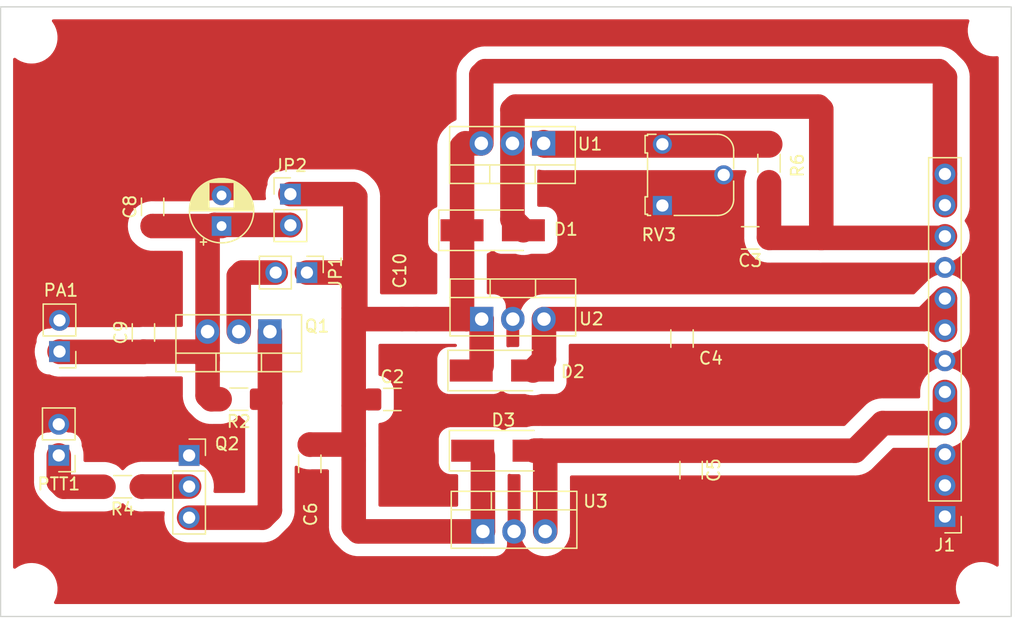
<source format=kicad_pcb>
(kicad_pcb (version 20211014) (generator pcbnew)
  (layers (0 "F.Cu" signal) (31 "B.Cu" signal) (35 "F.Paste" user) (37 "F.SilkS" user "F.Silkscreen") (38 "B.Mask" user) (39 "F.Mask" user) (44 "Edge.Cuts" user))
  (net 0 "")
  (net 1 "GND")
  (net 2 "+VDC")
  (net 3 "Net-(C4-Pad1)")
  (net 4 "Net-(C5-Pad1)")
  (net 5 "Net-(C3-Pad1)")
  (net 6 "Net-(R6-Pad2)")
  (net 7 "Net-(C2-Pad1)")
  (net 8 "Net-(JP1-Pad2)")
  (net 9 "Net-(PTT1-Pad1)")
  (net 10 "Net-(Q1-Pad1)")
  (net 11 "Net-(Q2-Pad2)")
  (footprint "Package_TO_SOT_THT:TO-220-3_Vertical" (layer "F.Cu") (at 71.76 64.015)
    (fp_text reference "U2" (at 8.94 -0.015) (layer "F.SilkS"))
    (fp_text value "LM7805_TO220" hide)
    (fp_line (start 4.391 -3.27) (end 4.391 -1.76) (layer "F.SilkS") (width 0.12))
    (fp_line (start -2.58 1.371) (end 7.66 1.371) (layer "F.SilkS") (width 0.12))
    (fp_line (start 0.69 -3.27) (end 0.69 -1.76) (layer "F.SilkS") (width 0.12))
    (fp_line (start -2.58 -3.27) (end 7.66 -3.27) (layer "F.SilkS") (width 0.12))
    (fp_line (start -2.58 -1.76) (end 7.66 -1.76) (layer "F.SilkS") (width 0.12))
    (fp_line (start 7.66 -3.27) (end 7.66 1.371) (layer "F.SilkS") (width 0.12))
    (fp_line (start -2.58 -3.27) (end -2.58 1.371) (layer "F.SilkS") (width 0.12))
    (pad "1" thru_hole rect (at 0 0) (size 1.905 2) (drill 1.1) (layers *.Cu *.Mask) (net 7 "Net-(C2-Pad1)"))
    (pad "2" thru_hole oval (at 2.54 0) (size 1.905 2) (drill 1.1) (layers *.Cu *.Mask) (net 1 "GND"))
    (pad "3" thru_hole oval (at 5.08 0) (size 1.905 2) (drill 1.1) (layers *.Cu *.Mask) (net 3 "Net-(C4-Pad1)"))
  )
  (footprint "Capacitor_SMD:C_1206_3216Metric_Pad1.33x1.80mm_HandSolder" (layer "F.Cu") (at 93.6475 57.39 180)
    (fp_text reference "C3" (at 0 -1.85) (layer "F.SilkS"))
    (fp_text value "100nF" hide)
    (fp_line (start -0.711252 -0.91) (end 0.711252 -0.91) (layer "F.SilkS") (width 0.12))
    (fp_line (start -0.711252 0.91) (end 0.711252 0.91) (layer "F.SilkS") (width 0.12))
    (pad "1" smd roundrect (at -1.5625 0 180) (size 1.325 1.8) (layers "F.Cu" "F.Paste" "F.Mask") (roundrect_rratio 0.188679) (net 5 "Net-(C3-Pad1)"))
    (pad "2" smd roundrect (at 1.5625 0 180) (size 1.325 1.8) (layers "F.Cu" "F.Paste" "F.Mask") (roundrect_rratio 0.188679) (net 1 "GND"))
  )
  (footprint "Capacitor_THT:CP_Radial_D5.0mm_P2.50mm" (layer "F.Cu") (at 50.56 56.425112 90)
    (fp_text reference "C10" (at -3.64 14.53 90) (layer "F.SilkS"))
    (fp_text value "22uF 25v" hide)
    (fp_line (start 2.891 -2.004) (end 2.891 -1.04) (layer "F.SilkS") (width 0.12))
    (fp_line (start 3.331 -1.554) (end 3.331 -1.04) (layer "F.SilkS") (width 0.12))
    (fp_line (start 3.331 1.04) (end 3.331 1.554) (layer "F.SilkS") (width 0.12))
    (fp_line (start 3.171 1.04) (end 3.171 1.743) (layer "F.SilkS") (width 0.12))
    (fp_line (start 3.131 -1.785) (end 3.131 -1.04) (layer "F.SilkS") (width 0.12))
    (fp_line (start 2.531 1.04) (end 2.531 2.247) (layer "F.SilkS") (width 0.12))
    (fp_line (start 3.051 -1.864) (end 3.051 -1.04) (layer "F.SilkS") (width 0.12))
    (fp_line (start 2.851 -2.035) (end 2.851 -1.04) (layer "F.SilkS") (width 0.12))
    (fp_line (start 2.011 1.04) (end 2.011 2.468) (layer "F.SilkS") (width 0.12))
    (fp_line (start 1.81 1.04) (end 1.81 2.52) (layer "F.SilkS") (width 0.12))
    (fp_line (start -1.304775 -1.725) (end -1.304775 -1.225) (layer "F.SilkS") (width 0.12))
    (fp_line (start 2.331 1.04) (end 2.331 2.348) (layer "F.SilkS") (width 0.12))
    (fp_line (start 2.131 1.04) (end 2.131 2.428) (layer "F.SilkS") (width 0.12))
    (fp_line (start 2.571 1.04) (end 2.571 2.224) (layer "F.SilkS") (width 0.12))
    (fp_line (start 2.811 1.04) (end 2.811 2.065) (layer "F.SilkS") (width 0.12))
    (fp_line (start 1.25 -2.58) (end 1.25 2.58) (layer "F.SilkS") (width 0.12))
    (fp_line (start 2.731 1.04) (end 2.731 2.122) (layer "F.SilkS") (width 0.12))
    (fp_line (start 1.57 1.04) (end 1.57 2.561) (layer "F.SilkS") (width 0.12))
    (fp_line (start 2.731 -2.122) (end 2.731 -1.04) (layer "F.SilkS") (width 0.12))
    (fp_line (start 1.93 -2.491) (end 1.93 -1.04) (layer "F.SilkS") (width 0.12))
    (fp_line (start 3.251 1.04) (end 3.251 1.653) (layer "F.SilkS") (width 0.12))
    (fp_line (start 3.651 -1.011) (end 3.651 1.011) (layer "F.SilkS") (width 0.12))
    (fp_line (start 1.89 -2.501) (end 1.89 -1.04) (layer "F.SilkS") (width 0.12))
    (fp_line (start 2.011 -2.468) (end 2.011 -1.04) (layer "F.SilkS") (width 0.12))
    (fp_line (start 2.891 1.04) (end 2.891 2.004) (layer "F.SilkS") (width 0.12))
    (fp_line (start 1.971 -2.48) (end 1.971 -1.04) (layer "F.SilkS") (width 0.12))
    (fp_line (start 2.411 1.04) (end 2.411 2.31) (layer "F.SilkS") (width 0.12))
    (fp_line (start 3.451 -1.383) (end 3.451 -1.04) (layer "F.SilkS") (width 0.12))
    (fp_line (start 2.171 -2.414) (end 2.171 -1.04) (layer "F.SilkS") (width 0.12))
    (fp_line (start 3.851 -0.284) (end 3.851 0.284) (layer "F.SilkS") (width 0.12))
    (fp_line (start 2.211 -2.398) (end 2.211 -1.04) (layer "F.SilkS") (width 0.12))
    (fp_line (start 3.291 -1.605) (end 3.291 -1.04) (layer "F.SilkS") (width 0.12))
    (fp_line (start 2.851 1.04) (end 2.851 2.035) (layer "F.SilkS") (width 0.12))
    (fp_line (start 1.49 1.04) (end 1.49 2.569) (layer "F.SilkS") (width 0.12))
    (fp_line (start 2.611 -2.2) (end 2.611 -1.04) (layer "F.SilkS") (width 0.12))
    (fp_line (start 2.371 -2.329) (end 2.371 -1.04) (layer "F.SilkS") (width 0.12))
    (fp_line (start 3.771 -0.677) (end 3.771 0.677) (layer "F.SilkS") (width 0.12))
    (fp_line (start 1.53 -2.565) (end 1.53 -1.04) (layer "F.SilkS") (width 0.12))
    (fp_line (start 1.57 -2.561) (end 1.57 -1.04) (layer "F.SilkS") (width 0.12))
    (fp_line (start 3.371 -1.5) (end 3.371 -1.04) (layer "F.SilkS") (width 0.12))
    (fp_line (start 2.771 -2.095) (end 2.771 -1.04) (layer "F.SilkS") (width 0.12))
    (fp_line (start 2.611 1.04) (end 2.611 2.2) (layer "F.SilkS") (width 0.12))
    (fp_line (start 2.331 -2.348) (end 2.331 -1.04) (layer "F.SilkS") (width 0.12))
    (fp_line (start 2.651 -2.175) (end 2.651 -1.04) (layer "F.SilkS") (width 0.12))
    (fp_line (start 3.091 -1.826) (end 3.091 -1.04) (layer "F.SilkS") (width 0.12))
    (fp_line (start 2.491 1.04) (end 2.491 2.268) (layer "F.SilkS") (width 0.12))
    (fp_line (start 2.771 1.04) (end 2.771 2.095) (layer "F.SilkS") (width 0.12))
    (fp_line (start 3.091 1.04) (end 3.091 1.826) (layer "F.SilkS") (width 0.12))
    (fp_line (start 3.251 -1.653) (end 3.251 -1.04) (layer "F.SilkS") (width 0.12))
    (fp_line (start 3.451 1.04) (end 3.451 1.383) (layer "F.SilkS") (width 0.12))
    (fp_line (start 3.051 1.04) (end 3.051 1.864) (layer "F.SilkS") (width 0.12))
    (fp_line (start 2.691 -2.149) (end 2.691 -1.04) (layer "F.SilkS") (width 0.12))
    (fp_line (start 3.371 1.04) (end 3.371 1.5) (layer "F.SilkS") (width 0.12))
    (fp_line (start 2.091 1.04) (end 2.091 2.442) (layer "F.SilkS") (width 0.12))
    (fp_line (start 2.811 -2.065) (end 2.811 -1.04) (layer "F.SilkS") (width 0.12))
    (fp_line (start 2.931 1.04) (end 2.931 1.971) (layer "F.SilkS") (width 0.12))
    (fp_line (start 2.051 1.04) (end 2.051 2.455) (layer "F.SilkS") (width 0.12))
    (fp_line (start 1.53 1.04) (end 1.53 2.565) (layer "F.SilkS") (width 0.12))
    (fp_line (start 3.811 -0.518) (end 3.811 0.518) (layer "F.SilkS") (width 0.12))
    (fp_line (start 3.531 1.04) (end 3.531 1.251) (layer "F.SilkS") (width 0.12))
    (fp_line (start 1.69 -2.543) (end 1.69 -1.04) (layer "F.SilkS") (width 0.12))
    (fp_line (start 2.931 -1.971) (end 2.931 -1.04) (layer "F.SilkS") (width 0.12))
    (fp_line (start 1.41 -2.576) (end 1.41 2.576) (layer "F.SilkS") (width 0.12))
    (fp_line (start 1.29 -2.58) (end 1.29 2.58) (layer "F.SilkS") (width 0.12))
    (fp_line (start 1.77 1.04) (end 1.77 2.528) (layer "F.SilkS") (width 0.12))
    (fp_line (start 3.731 -0.805) (end 3.731 0.805) (layer "F.SilkS") (width 0.12))
    (fp_line (start 1.69 1.04) (end 1.69 2.543) (layer "F.SilkS") (width 0.12))
    (fp_line (start 2.651 1.04) (end 2.651 2.175) (layer "F.SilkS") (width 0.12))
    (fp_line (start 1.49 -2.569) (end 1.49 -1.04) (layer "F.SilkS") (width 0.12))
    (fp_line (start 1.45 -2.573) (end 1.45 2.573) (layer "F.SilkS") (width 0.12))
    (fp_line (start 3.291 1.04) (end 3.291 1.605) (layer "F.SilkS") (width 0.12))
    (fp_line (start 1.85 -2.511) (end 1.85 -1.04) (layer "F.SilkS") (width 0.12))
    (fp_line (start 2.251 1.04) (end 2.251 2.382) (layer "F.SilkS") (width 0.12))
    (fp_line (start 2.411 -2.31) (end 2.411 -1.04) (layer "F.SilkS") (width 0.12))
    (fp_line (start 3.491 -1.319) (end 3.491 -1.04) (layer "F.SilkS") (width 0.12))
    (fp_line (start 1.61 -2.556) (end 1.61 -1.04) (layer "F.SilkS") (width 0.12))
    (fp_line (start 2.971 -1.937) (end 2.971 -1.04) (layer "F.SilkS") (width 0.12))
    (fp_line (start 1.85 1.04) (end 1.85 2.511) (layer "F.SilkS") (width 0.12))
    (fp_line (start 1.77 -2.528) (end 1.77 -1.04) (layer "F.SilkS") (width 0.12))
    (fp_line (start 2.451 1.04) (end 2.451 2.29) (layer "F.SilkS") (width 0.12))
    (fp_line (start 2.131 -2.428) (end 2.131 -1.04) (layer "F.SilkS") (width 0.12))
    (fp_line (start 2.171 1.04) (end 2.171 2.414) (layer "F.SilkS") (width 0.12))
    (fp_line (start 3.571 -1.178) (end 3.571 1.178) (layer "F.SilkS") (width 0.12))
    (fp_line (start 1.73 -2.536) (end 1.73 -1.04) (layer "F.SilkS") (width 0.12))
    (fp_line (start 2.691 1.04) (end 2.691 2.149) (layer "F.SilkS") (width 0.12))
    (fp_line (start 1.89 1.04) (end 1.89 2.501) (layer "F.SilkS") (width 0.12))
    (fp_line (start 2.051 -2.455) (end 2.051 -1.04) (layer "F.SilkS") (width 0.12))
    (fp_line (start 2.971 1.04) (end 2.971 1.937) (layer "F.SilkS") (width 0.12))
    (fp_line (start 1.971 1.04) (end 1.971 2.48) (layer "F.SilkS") (width 0.12))
    (fp_line (start 3.211 1.04) (end 3.211 1.699) (layer "F.SilkS") (width 0.12))
    (fp_line (start 2.251 -2.382) (end 2.251 -1.04) (layer "F.SilkS") (width 0.12))
    (fp_line (start 2.091 -2.442) (end 2.091 -1.04) (layer "F.SilkS") (width 0.12))
    (fp_line (start 1.65 -2.55) (end 1.65 -1.04) (layer "F.SilkS") (width 0.12))
    (fp_line (start 1.73 1.04) (end 1.73 2.536) (layer "F.SilkS") (width 0.12))
    (fp_line (start 3.411 1.04) (end 3.411 1.443) (layer "F.SilkS") (width 0.12))
    (fp_line (start 2.491 -2.268) (end 2.491 -1.04) (layer "F.SilkS") (width 0.12))
    (fp_line (start 2.291 1.04) (end 2.291 2.365) (layer "F.SilkS") (width 0.12))
    (fp_line (start 2.451 -2.29) (end 2.451 -1.04) (layer "F.SilkS") (width 0.12))
    (fp_line (start 3.611 -1.098) (end 3.611 1.098) (layer "F.SilkS") (width 0.12))
    (fp_line (start 3.491 1.04) (end 3.491 1.319) (layer "F.SilkS") (width 0.12))
    (fp_line (start 1.65 1.04) (end 1.65 2.55) (layer "F.SilkS") (width 0.12))
    (fp_line (start 3.411 -1.443) (end 3.411 -1.04) (layer "F.SilkS") (width 0.12))
    (fp_line (start 2.371 1.04) (end 2.371 2.329) (layer "F.SilkS") (width 0.12))
    (fp_line (start 1.93 1.04) (end 1.93 2.491) (layer "F.SilkS") (width 0.12))
    (fp_line (start 3.171 -1.743) (end 3.171 -1.04) (layer "F.SilkS") (width 0.12))
    (fp_line (start 3.011 -1.901) (end 3.011 -1.04) (layer "F.SilkS") (width 0.12))
    (fp_line (start 3.211 -1.699) (end 3.211 -1.04) (layer "F.SilkS") (width 0.12))
    (fp_line (start 2.571 -2.224) (end 2.571 -1.04) (layer "F.SilkS") (width 0.12))
    (fp_line (start 1.33 -2.579) (end 1.33 2.579) (layer "F.SilkS") (width 0.12))
    (fp_line (start 1.37 -2.578) (end 1.37 2.578) (layer "F.SilkS") (width 0.12))
    (fp_line (start 3.011 1.04) (end 3.011 1.901) (layer "F.SilkS") (width 0.12))
    (fp_line (start 3.531 -1.251) (end 3.531 -1.04) (layer "F.SilkS") (width 0.12))
    (fp_line (start 3.131 1.04) (end 3.131 1.785) (layer "F.SilkS") (width 0.12))
    (fp_line (start 1.61 1.04) (end 1.61 2.556) (layer "F.SilkS") (width 0.12))
    (fp_line (start 2.531 -2.247) (end 2.531 -1.04) (layer "F.SilkS") (width 0.12))
    (fp_line (start 3.691 -0.915) (end 3.691 0.915) (layer "F.SilkS") (width 0.12))
    (fp_line (start -1.554775 -1.475) (end -1.054775 -1.475) (layer "F.SilkS") (width 0.12))
    (fp_line (start 2.291 -2.365) (end 2.291 -1.04) (layer "F.SilkS") (width 0.12))
    (fp_line (start 2.211 1.04) (end 2.211 2.398) (layer "F.SilkS") (width 0.12))
    (fp_line (start 1.81 -2.52) (end 1.81 -1.04) (layer "F.SilkS") (width 0.12))
    (fp_circle (center 1.25 0) (end 3.87 0) (layer "F.SilkS") (width 0.12) (fill none))
    (pad "1" thru_hole rect (at 0 0 90) (size 1.6 1.6) (drill 0.8) (layers *.Cu *.Mask) (net 2 "+VDC"))
    (pad "2" thru_hole circle (at 2.5 0 90) (size 1.6 1.6) (drill 0.8) (layers *.Cu *.Mask) (net 1 "GND"))
  )
  (footprint "Capacitor_SMD:C_1206_3216Metric_Pad1.33x1.80mm_HandSolder" (layer "F.Cu") (at 88.83 76.3375 -90)
    (fp_text reference "C5" (at 0 -1.85 -90) (layer "F.SilkS"))
    (fp_text value "0.1u" hide)
    (fp_line (start -0.711252 0.91) (end 0.711252 0.91) (layer "F.SilkS") (width 0.12))
    (fp_line (start -0.711252 -0.91) (end 0.711252 -0.91) (layer "F.SilkS") (width 0.12))
    (pad "1" smd roundrect (at -1.5625 0 270) (size 1.325 1.8) (layers "F.Cu" "F.Paste" "F.Mask") (roundrect_rratio 0.188679) (net 4 "Net-(C5-Pad1)"))
    (pad "2" smd roundrect (at 1.5625 0 270) (size 1.325 1.8) (layers "F.Cu" "F.Paste" "F.Mask") (roundrect_rratio 0.188679) (net 1 "GND"))
  )
  (footprint "MountingHole:MountingHole_2.2mm_M2" (layer "F.Cu") (at 35.07 86.03)
    (fp_text reference "H3" hide)
    (fp_text value "MountingHole" hide)
    (pad "" np_thru_hole circle (at 0 0) (size 2.2 2.2) (drill 2.2) (layers *.Cu *.Mask))
  )
  (footprint "Capacitor_SMD:C_1206_3216Metric_Pad1.33x1.80mm_HandSolder" (layer "F.Cu") (at 88.09 65.6025 -90)
    (fp_text reference "C4" (at 1.6075 -2.35) (layer "F.SilkS"))
    (fp_text value "0.1u" hide)
    (fp_line (start -0.711252 0.91) (end 0.711252 0.91) (layer "F.SilkS") (width 0.12))
    (fp_line (start -0.711252 -0.91) (end 0.711252 -0.91) (layer "F.SilkS") (width 0.12))
    (pad "1" smd roundrect (at -1.5625 0 270) (size 1.325 1.8) (layers "F.Cu" "F.Paste" "F.Mask") (roundrect_rratio 0.188679) (net 3 "Net-(C4-Pad1)"))
    (pad "2" smd roundrect (at 1.5625 0 270) (size 1.325 1.8) (layers "F.Cu" "F.Paste" "F.Mask") (roundrect_rratio 0.188679) (net 1 "GND"))
  )
  (footprint "Diode_SMD:D_SMA_Handsoldering" (layer "F.Cu") (at 72.66 56.77)
    (fp_text reference "D1" (at 5.96 -0.08) (layer "F.SilkS"))
    (fp_text value "1N4007" hide)
    (fp_line (start -4.4 1.65) (end 2.5 1.65) (layer "F.SilkS") (width 0.12))
    (fp_line (start -4.4 -1.65) (end -4.4 1.65) (layer "F.SilkS") (width 0.12))
    (fp_line (start -4.4 -1.65) (end 2.5 -1.65) (layer "F.SilkS") (width 0.12))
    (pad "1" smd rect (at -2.5 0) (size 3.5 1.8) (layers "F.Cu" "F.Paste" "F.Mask") (net 7 "Net-(C2-Pad1)"))
    (pad "2" smd rect (at 2.5 0) (size 3.5 1.8) (layers "F.Cu" "F.Paste" "F.Mask") (net 5 "Net-(C3-Pad1)"))
  )
  (footprint "Package_TO_SOT_THT:TO-220-3_Vertical" (layer "F.Cu") (at 71.86 81.335)
    (fp_text reference "U3" (at 9.18 -2.455) (layer "F.SilkS"))
    (fp_text value "LM7806_TO220" hide)
    (fp_line (start -2.58 1.371) (end 7.66 1.371) (layer "F.SilkS") (width 0.12))
    (fp_line (start -2.58 -1.76) (end 7.66 -1.76) (layer "F.SilkS") (width 0.12))
    (fp_line (start 4.391 -3.27) (end 4.391 -1.76) (layer "F.SilkS") (width 0.12))
    (fp_line (start -2.58 -3.27) (end 7.66 -3.27) (layer "F.SilkS") (width 0.12))
    (fp_line (start 0.69 -3.27) (end 0.69 -1.76) (layer "F.SilkS") (width 0.12))
    (fp_line (start -2.58 -3.27) (end -2.58 1.371) (layer "F.SilkS") (width 0.12))
    (fp_line (start 7.66 -3.27) (end 7.66 1.371) (layer "F.SilkS") (width 0.12))
    (pad "1" thru_hole rect (at 0 0) (size 1.905 2) (drill 1.1) (layers *.Cu *.Mask) (net 7 "Net-(C2-Pad1)"))
    (pad "2" thru_hole oval (at 2.54 0) (size 1.905 2) (drill 1.1) (layers *.Cu *.Mask) (net 1 "GND"))
    (pad "3" thru_hole oval (at 5.08 0) (size 1.905 2) (drill 1.1) (layers *.Cu *.Mask) (net 4 "Net-(C5-Pad1)"))
  )
  (footprint "Capacitor_SMD:C_1206_3216Metric_Pad1.33x1.80mm_HandSolder" (layer "F.Cu") (at 64.48 70.57)
    (fp_text reference "C2" (at 0 -1.85) (layer "F.SilkS"))
    (fp_text value "100nF" hide)
    (fp_line (start -0.711252 0.91) (end 0.711252 0.91) (layer "F.SilkS") (width 0.12))
    (fp_line (start -0.711252 -0.91) (end 0.711252 -0.91) (layer "F.SilkS") (width 0.12))
    (pad "1" smd roundrect (at -1.5625 0) (size 1.325 1.8) (layers "F.Cu" "F.Paste" "F.Mask") (roundrect_rratio 0.188679) (net 7 "Net-(C2-Pad1)"))
    (pad "2" smd roundrect (at 1.5625 0) (size 1.325 1.8) (layers "F.Cu" "F.Paste" "F.Mask") (roundrect_rratio 0.188679) (net 1 "GND"))
  )
  (footprint "Capacitor_SMD:C_1206_3216Metric_Pad1.33x1.80mm_HandSolder" (layer "F.Cu") (at 44.19 65.1075 90)
    (fp_text reference "C9" (at 0 -1.85 90) (layer "F.SilkS"))
    (fp_text value "100nF" hide)
    (fp_line (start -0.711252 0.91) (end 0.711252 0.91) (layer "F.SilkS") (width 0.12))
    (fp_line (start -0.711252 -0.91) (end 0.711252 -0.91) (layer "F.SilkS") (width 0.12))
    (pad "1" smd roundrect (at -1.5625 0 90) (size 1.325 1.8) (layers "F.Cu" "F.Paste" "F.Mask") (roundrect_rratio 0.188679) (net 2 "+VDC"))
    (pad "2" smd roundrect (at 1.5625 0 90) (size 1.325 1.8) (layers "F.Cu" "F.Paste" "F.Mask") (roundrect_rratio 0.188679) (net 1 "GND"))
  )
  (footprint "Resistor_SMD:R_1206_3216Metric_Pad1.30x1.75mm_HandSolder" (layer "F.Cu") (at 51.965 70.55 180)
    (fp_text reference "R2" (at 0 -1.82 180) (layer "F.SilkS"))
    (fp_text value "4.7k" hide)
    (fp_line (start -0.727064 0.91) (end 0.727064 0.91) (layer "F.SilkS") (width 0.12))
    (fp_line (start -0.727064 -0.91) (end 0.727064 -0.91) (layer "F.SilkS") (width 0.12))
    (pad "1" smd roundrect (at -1.55 0 180) (size 1.3 1.75) (layers "F.Cu" "F.Paste" "F.Mask") (roundrect_rratio 0.192308) (net 10 "Net-(Q1-Pad1)"))
    (pad "2" smd roundrect (at 1.55 0 180) (size 1.3 1.75) (layers "F.Cu" "F.Paste" "F.Mask") (roundrect_rratio 0.192308) (net 2 "+VDC"))
  )
  (footprint "Connector_PinSocket_2.54mm:PinSocket_1x03_P2.54mm_Vertical" (layer "F.Cu") (at 47.915 75.135)
    (fp_text reference "Q2" (at 3.095 -0.945) (layer "F.SilkS"))
    (fp_text value "2N3904" hide)
    (fp_line (start 1.33 1.27) (end 1.33 6.41) (layer "F.SilkS") (width 0.12))
    (fp_line (start -1.33 6.41) (end 1.33 6.41) (layer "F.SilkS") (width 0.12))
    (fp_line (start -1.33 1.27) (end -1.33 6.41) (layer "F.SilkS") (width 0.12))
    (fp_line (start -1.33 1.27) (end 1.33 1.27) (layer "F.SilkS") (width 0.12))
    (fp_line (start 0 -1.33) (end 1.33 -1.33) (layer "F.SilkS") (width 0.12))
    (fp_line (start 1.33 -1.33) (end 1.33 0) (layer "F.SilkS") (width 0.12))
    (pad "1" thru_hole rect (at 0 0) (size 1.7 1.7) (drill 1) (layers *.Cu *.Mask) (net 1 "GND"))
    (pad "2" thru_hole oval (at 0 2.54) (size 1.7 1.7) (drill 1) (layers *.Cu *.Mask) (net 11 "Net-(Q2-Pad2)"))
    (pad "3" thru_hole oval (at 0 5.08) (size 1.7 1.7) (drill 1) (layers *.Cu *.Mask) (net 10 "Net-(Q1-Pad1)"))
  )
  (footprint "Diode_SMD:D_SMA_Handsoldering" (layer "F.Cu") (at 73.41 68.21)
    (fp_text reference "D2" (at 5.78 0.09) (layer "F.SilkS"))
    (fp_text value "1N4007" hide)
    (fp_line (start -4.4 -1.65) (end 2.5 -1.65) (layer "F.SilkS") (width 0.12))
    (fp_line (start -4.4 -1.65) (end -4.4 1.65) (layer "F.SilkS") (width 0.12))
    (fp_line (start -4.4 1.65) (end 2.5 1.65) (layer "F.SilkS") (width 0.12))
    (pad "1" smd rect (at -2.5 0) (size 3.5 1.8) (layers "F.Cu" "F.Paste" "F.Mask") (net 7 "Net-(C2-Pad1)"))
    (pad "2" smd rect (at 2.5 0) (size 3.5 1.8) (layers "F.Cu" "F.Paste" "F.Mask") (net 3 "Net-(C4-Pad1)"))
  )
  (footprint "Connector_PinHeader_2.54mm:PinHeader_1x02_P2.54mm_Vertical" (layer "F.Cu") (at 37.35 66.66 180)
    (fp_text reference "PA1" (at -0.11 4.995 180) (layer "F.SilkS"))
    (fp_text value "VDC" hide)
    (fp_line (start -1.33 -1.33) (end 0 -1.33) (layer "F.SilkS") (width 0.12))
    (fp_line (start -1.33 0) (end -1.33 -1.33) (layer "F.SilkS") (width 0.12))
    (fp_line (start -1.33 1.27) (end -1.33 3.87) (layer "F.SilkS") (width 0.12))
    (fp_line (start 1.33 1.27) (end 1.33 3.87) (layer "F.SilkS") (width 0.12))
    (fp_line (start -1.33 1.27) (end 1.33 1.27) (layer "F.SilkS") (width 0.12))
    (fp_line (start -1.33 3.87) (end 1.33 3.87) (layer "F.SilkS") (width 0.12))
    (pad "1" thru_hole rect (at 0 0 180) (size 1.7 1.7) (drill 1) (layers *.Cu *.Mask) (net 2 "+VDC"))
    (pad "2" thru_hole oval (at 0 2.54 180) (size 1.7 1.7) (drill 1) (layers *.Cu *.Mask) (net 1 "GND"))
  )
  (footprint "Resistor_SMD:R_1206_3216Metric_Pad1.30x1.75mm_HandSolder" (layer "F.Cu") (at 42.4975 77.69 180)
    (fp_text reference "R4" (at 0 -1.82 180) (layer "F.SilkS"))
    (fp_text value "4.7k" hide)
    (fp_line (start -0.727064 0.91) (end 0.727064 0.91) (layer "F.SilkS") (width 0.12))
    (fp_line (start -0.727064 -0.91) (end 0.727064 -0.91) (layer "F.SilkS") (width 0.12))
    (pad "1" smd roundrect (at -1.55 0 180) (size 1.3 1.75) (layers "F.Cu" "F.Paste" "F.Mask") (roundrect_rratio 0.192308) (net 11 "Net-(Q2-Pad2)"))
    (pad "2" smd roundrect (at 1.55 0 180) (size 1.3 1.75) (layers "F.Cu" "F.Paste" "F.Mask") (roundrect_rratio 0.192308) (net 9 "Net-(PTT1-Pad1)"))
  )
  (footprint "Capacitor_SMD:C_1206_3216Metric_Pad1.33x1.80mm_HandSolder" (layer "F.Cu") (at 57.75 75.82 -90)
    (fp_text reference "C6" (at 4.12 -0.07 -90) (layer "F.SilkS"))
    (fp_text value "1nF" hide)
    (fp_line (start -0.711252 0.91) (end 0.711252 0.91) (layer "F.SilkS") (width 0.12))
    (fp_line (start -0.711252 -0.91) (end 0.711252 -0.91) (layer "F.SilkS") (width 0.12))
    (pad "1" smd roundrect (at -1.5625 0 270) (size 1.325 1.8) (layers "F.Cu" "F.Paste" "F.Mask") (roundrect_rratio 0.188679) (net 7 "Net-(C2-Pad1)"))
    (pad "2" smd roundrect (at 1.5625 0 270) (size 1.325 1.8) (layers "F.Cu" "F.Paste" "F.Mask") (roundrect_rratio 0.188679) (net 1 "GND"))
  )
  (footprint "Connector_PinHeader_2.54mm:PinHeader_1x12_P2.54mm_Vertical" (layer "F.Cu") (at 109.52 80.12 180)
    (fp_text reference "J1" (at 0 -2.33) (layer "F.SilkS"))
    (fp_text value "10 PH" hide)
    (fp_line (start -1.33 1.27) (end 1.33 1.27) (layer "F.SilkS") (width 0.12))
    (fp_line (start -1.33 0) (end -1.33 -1.33) (layer "F.SilkS") (width 0.12))
    (fp_line (start -1.33 29.27) (end 1.33 29.27) (layer "F.SilkS") (width 0.12))
    (fp_line (start -1.33 -1.33) (end 0 -1.33) (layer "F.SilkS") (width 0.12))
    (fp_line (start 1.33 1.27) (end 1.33 29.27) (layer "F.SilkS") (width 0.12))
    (fp_line (start -1.33 1.27) (end -1.33 29.27) (layer "F.SilkS") (width 0.12))
    (pad "1" thru_hole rect (at 0 0 180) (size 1.7 1.7) (drill 1) (layers *.Cu *.Mask) (net 1 "GND"))
    (pad "2" thru_hole oval (at 0 2.54 180) (size 1.7 1.7) (drill 1) (layers *.Cu *.Mask) (net 1 "GND"))
    (pad "3" thru_hole oval (at 0 5.08 180) (size 1.7 1.7) (drill 1) (layers *.Cu *.Mask) (net 1 "GND"))
    (pad "4" thru_hole oval (at 0 7.62 180) (size 1.7 1.7) (drill 1) (layers *.Cu *.Mask) (net 4 "Net-(C5-Pad1)"))
    (pad "5" thru_hole oval (at 0 10.16 180) (size 1.7 1.7) (drill 1) (layers *.Cu *.Mask) (net 4 "Net-(C5-Pad1)"))
    (pad "6" thru_hole oval (at 0 12.7 180) (size 1.7 1.7) (drill 1) (layers *.Cu *.Mask) (net 1 "GND"))
    (pad "7" thru_hole oval (at 0 15.24 180) (size 1.7 1.7) (drill 1) (layers *.Cu *.Mask) (net 3 "Net-(C4-Pad1)"))
    (pad "8" thru_hole oval (at 0 17.78 180) (size 1.7 1.7) (drill 1) (layers *.Cu *.Mask) (net 3 "Net-(C4-Pad1)"))
    (pad "9" thru_hole oval (at 0 20.32 180) (size 1.7 1.7) (drill 1) (layers *.Cu *.Mask) (net 1 "GND"))
    (pad "10" thru_hole oval (at 0 22.86 180) (size 1.7 1.7) (drill 1) (layers *.Cu *.Mask) (net 5 "Net-(C3-Pad1)"))
    (pad "11" thru_hole oval (at 0 25.4 180) (size 1.7 1.7) (drill 1) (layers *.Cu *.Mask) (net 7 "Net-(C2-Pad1)"))
    (pad "12" thru_hole oval (at 0 27.94 180) (size 1.7 1.7) (drill 1) (layers *.Cu *.Mask) (net 7 "Net-(C2-Pad1)"))
  )
  (footprint "Capacitor_SMD:C_1206_3216Metric_Pad1.33x1.80mm_HandSolder" (layer "F.Cu") (at 44.94 54.8575 90)
    (fp_text reference "C8" (at 0 -1.85 90) (layer "F.SilkS"))
    (fp_text value "100nF" hide)
    (fp_line (start -0.711252 0.91) (end 0.711252 0.91) (layer "F.SilkS") (width 0.12))
    (fp_line (start -0.711252 -0.91) (end 0.711252 -0.91) (layer "F.SilkS") (width 0.12))
    (pad "1" smd roundrect (at -1.5625 0 90) (size 1.325 1.8) (layers "F.Cu" "F.Paste" "F.Mask") (roundrect_rratio 0.188679) (net 2 "+VDC"))
    (pad "2" smd roundrect (at 1.5625 0 90) (size 1.325 1.8) (layers "F.Cu" "F.Paste" "F.Mask") (roundrect_rratio 0.188679) (net 1 "GND"))
  )
  (footprint "Diode_SMD:D_SMA_Handsoldering" (layer "F.Cu") (at 73.53 74.75)
    (fp_text reference "D3" (at 0 -2.5) (layer "F.SilkS"))
    (fp_text value "1N4007" hide)
    (fp_line (start -4.4 1.65) (end 2.5 1.65) (layer "F.SilkS") (width 0.12))
    (fp_line (start -4.4 -1.65) (end 2.5 -1.65) (layer "F.SilkS") (width 0.12))
    (fp_line (start -4.4 -1.65) (end -4.4 1.65) (layer "F.SilkS") (width 0.12))
    (pad "1" smd rect (at -2.5 0) (size 3.5 1.8) (layers "F.Cu" "F.Paste" "F.Mask") (net 7 "Net-(C2-Pad1)"))
    (pad "2" smd rect (at 2.5 0) (size 3.5 1.8) (layers "F.Cu" "F.Paste" "F.Mask") (net 4 "Net-(C5-Pad1)"))
  )
  (footprint "Connector_PinHeader_2.54mm:PinHeader_1x02_P2.54mm_Vertical" (layer "F.Cu") (at 56.17 53.82)
    (fp_text reference "JP2" (at 0 -2.33) (layer "F.SilkS"))
    (fp_text value "Jumper_2_Open" hide)
    (fp_line (start -1.33 3.87) (end 1.33 3.87) (layer "F.SilkS") (width 0.12))
    (fp_line (start -1.33 0) (end -1.33 -1.33) (layer "F.SilkS") (width 0.12))
    (fp_line (start -1.33 1.27) (end -1.33 3.87) (layer "F.SilkS") (width 0.12))
    (fp_line (start -1.33 1.27) (end 1.33 1.27) (layer "F.SilkS") (width 0.12))
    (fp_line (start -1.33 -1.33) (end 0 -1.33) (layer "F.SilkS") (width 0.12))
    (fp_line (start 1.33 1.27) (end 1.33 3.87) (layer "F.SilkS") (width 0.12))
    (pad "1" thru_hole rect (at 0 0) (size 1.7 1.7) (drill 1) (layers *.Cu *.Mask) (net 7 "Net-(C2-Pad1)"))
    (pad "2" thru_hole oval (at 0 2.54) (size 1.7 1.7) (drill 1) (layers *.Cu *.Mask) (net 2 "+VDC"))
  )
  (footprint "Connector_PinHeader_2.54mm:PinHeader_1x02_P2.54mm_Vertical" (layer "F.Cu") (at 37.29 75.135 180)
    (fp_text reference "PTT1" (at 0 -2.33) (layer "F.SilkS"))
    (fp_text value "PTT")
    (fp_line (start -1.33 1.27) (end -1.33 3.87) (layer "F.SilkS") (width 0.12))
    (fp_line (start 1.33 1.27) (end 1.33 3.87) (layer "F.SilkS") (width 0.12))
    (fp_line (start -1.33 3.87) (end 1.33 3.87) (layer "F.SilkS") (width 0.12))
    (fp_line (start -1.33 1.27) (end 1.33 1.27) (layer "F.SilkS") (width 0.12))
    (fp_line (start -1.33 -1.33) (end 0 -1.33) (layer "F.SilkS") (width 0.12))
    (fp_line (start -1.33 0) (end -1.33 -1.33) (layer "F.SilkS") (width 0.12))
    (pad "1" thru_hole rect (at 0 0 180) (size 1.7 1.7) (drill 1) (layers *.Cu *.Mask) (net 9 "Net-(PTT1-Pad1)"))
    (pad "2" thru_hole oval (at 0 2.54 180) (size 1.7 1.7) (drill 1) (layers *.Cu *.Mask) (net 1 "GND"))
  )
  (footprint "Package_TO_SOT_THT:TO-220-3_Vertical" (layer "F.Cu") (at 76.81 49.68 180)
    (fp_text reference "U1" (at -3.78 -0.06) (layer "F.SilkS"))
    (fp_text value "LM317_TO-220" hide)
    (fp_line (start 0.69 -3.27) (end 0.69 -1.76) (layer "F.SilkS") (width 0.12))
    (fp_line (start -2.58 -3.27) (end 7.66 -3.27) (layer "F.SilkS") (width 0.12))
    (fp_line (start -2.58 -1.76) (end 7.66 -1.76) (layer "F.SilkS") (width 0.12))
    (fp_line (start 7.66 -3.27) (end 7.66 1.371) (layer "F.SilkS") (width 0.12))
    (fp_line (start 4.391 -3.27) (end 4.391 -1.76) (layer "F.SilkS") (width 0.12))
    (fp_line (start -2.58 1.371) (end 7.66 1.371) (layer "F.SilkS") (width 0.12))
    (fp_line (start -2.58 -3.27) (end -2.58 1.371) (layer "F.SilkS") (width 0.12))
    (pad "1" thru_hole rect (at 0 0 180) (size 1.905 2) (drill 1.1) (layers *.Cu *.Mask) (net 6 "Net-(R6-Pad2)"))
    (pad "2" thru_hole oval (at 2.54 0 180) (size 1.905 2) (drill 1.1) (layers *.Cu *.Mask) (net 5 "Net-(C3-Pad1)"))
    (pad "3" thru_hole oval (at 5.08 0 180) (size 1.905 2) (drill 1.1) (layers *.Cu *.Mask) (net 7 "Net-(C2-Pad1)"))
  )
  (footprint "Package_TO_SOT_THT:TO-220-3_Vertical" (layer "F.Cu") (at 54.5 65.035 180)
    (fp_text reference "Q1" (at -3.84 0.445) (layer "F.SilkS"))
    (fp_text value "IRF9540N" hide)
    (fp_line (start -2.58 -3.27) (end -2.58 1.371) (layer "F.SilkS") (width 0.12))
    (fp_line (start 7.66 -3.27) (end 7.66 1.371) (layer "F.SilkS") (width 0.12))
    (fp_line (start -2.58 -3.27) (end 7.66 -3.27) (layer "F.SilkS") (width 0.12))
    (fp_line (start -2.58 1.371) (end 7.66 1.371) (layer "F.SilkS") (width 0.12))
    (fp_line (start -2.58 -1.76) (end 7.66 -1.76) (layer "F.SilkS") (width 0.12))
    (fp_line (start 0.69 -3.27) (end 0.69 -1.76) (layer "F.SilkS") (width 0.12))
    (fp_line (start 4.391 -3.27) (end 4.391 -1.76) (layer "F.SilkS") (width 0.12))
    (pad "1" thru_hole rect (at 0 0 180) (size 1.905 2) (drill 1.1) (layers *.Cu *.Mask) (net 10 "Net-(Q1-Pad1)"))
    (pad "2" thru_hole oval (at 2.54 0 180) (size 1.905 2) (drill 1.1) (layers *.Cu *.Mask) (net 8 "Net-(JP1-Pad2)"))
    (pad "3" thru_hole oval (at 5.08 0 180) (size 1.905 2) (drill 1.1) (layers *.Cu *.Mask) (net 2 "+VDC"))
  )
  (footprint "Connector_PinHeader_2.54mm:PinHeader_1x02_P2.54mm_Vertical" (layer "F.Cu") (at 57.515 60.22 -90)
    (fp_text reference "JP1" (at 0 -2.33 90) (layer "F.SilkS"))
    (fp_text value "Jumper_2_Open" hide)
    (fp_line (start -1.33 3.87) (end 1.33 3.87) (layer "F.SilkS") (width 0.12))
    (fp_line (start -1.33 1.27) (end 1.33 1.27) (layer "F.SilkS") (width 0.12))
    (fp_line (start -1.33 -1.33) (end 0 -1.33) (layer "F.SilkS") (width 0.12))
    (fp_line (start -1.33 1.27) (end -1.33 3.87) (layer "F.SilkS") (width 0.12))
    (fp_line (start 1.33 1.27) (end 1.33 3.87) (layer "F.SilkS") (width 0.12))
    (fp_line (start -1.33 0) (end -1.33 -1.33) (layer "F.SilkS") (width 0.12))
    (pad "1" thru_hole rect (at 0 0 270) (size 1.7 1.7) (drill 1) (layers *.Cu *.Mask) (net 7 "Net-(C2-Pad1)"))
    (pad "2" thru_hole oval (at 0 2.54 270) (size 1.7 1.7) (drill 1) (layers *.Cu *.Mask) (net 8 "Net-(JP1-Pad2)"))
  )
  (footprint "MountingHole:MountingHole_2.2mm_M2" (layer "F.Cu") (at 35.07 41.05)
    (fp_text reference "H1" hide)
    (fp_text value "MountingHole" hide)
    (pad "" np_thru_hole circle (at 0 0) (size 2.2 2.2) (drill 2.2) (layers *.Cu *.Mask))
  )
  (footprint "MountingHole:MountingHole_2.2mm_M2" (layer "F.Cu") (at 113.5 40.46)
    (fp_text reference "H2" hide)
    (fp_text value "MountingHole" hide)
    (pad "" np_thru_hole circle (at 0 0) (size 2.2 2.2) (drill 2.2) (layers *.Cu *.Mask))
  )
  (footprint "Potentiometer_THT:Potentiometer_Runtron_RM-065_Vertical" (layer "F.Cu") (at 86.49 54.75 90)
    (fp_text reference "RV3" (at -2.39 -0.29 180) (layer "F.SilkS"))
    (fp_text value "5k" hide)
    (fp_line (start 4.5 5.81) (end 3.01 5.81) (layer "F.SilkS") (width 0.12))
    (fp_line (start -0.71 -1.41) (end 0.71 -1.41) (layer "F.SilkS") (width 0.12))
    (fp_line (start -0.81 -1.21) (end -0.81 -0.96) (layer "F.SilkS") (width 0.12))
    (fp_line (start 5.81 -1.21) (end 5.81 -0.52) (layer "F.SilkS") (width 0.12))
    (fp_line (start 4.29 -1.41) (end 5.71 -1.41) (layer "F.SilkS") (width 0.12))
    (fp_line (start 5.71 -1.41) (end 5.71 -1.21) (layer "F.SilkS") (width 0.12))
    (fp_line (start 1.99 5.81) (end 0.5 5.81) (layer "F.SilkS") (width 0.12))
    (fp_line (start 0.71 -1.21) (end 4.29 -1.21) (layer "F.SilkS") (width 0.12))
    (fp_line (start -0.71 -1.41) (end -0.71 -1.21) (layer "F.SilkS") (width 0.12))
    (fp_line (start -0.71 -1.21) (end -0.81 -1.21) (layer "F.SilkS") (width 0.12))
    (fp_line (start 5.71 -1.21) (end 5.81 -1.21) (layer "F.SilkS") (width 0.12))
    (fp_line (start 4.29 -1.21) (end 4.29 -1.41) (layer "F.SilkS") (width 0.12))
    (fp_line (start 5.81 0.52) (end 5.81 4.5) (layer "F.SilkS") (width 0.12))
    (fp_line (start 0.71 -1.21) (end 0.71 -1.41) (layer "F.SilkS") (width 0.12))
    (fp_line (start -0.81 4.5) (end -0.81 0.96) (layer "F.SilkS") (width 0.12))
    (fp_arc (start 0.5 5.81) (mid -0.42631 5.42631) (end -0.81 4.5) (layer "F.SilkS") (width 0.12))
    (fp_arc (start 5.81 4.5) (mid 5.42631 5.42631) (end 4.5 5.81) (layer "F.SilkS") (width 0.12))
    (pad "1" thru_hole rect (at 0 0 90) (size 1.56 1.56) (drill 1) (layers *.Cu *.Mask) (net 1 "GND"))
    (pad "2" thru_hole circle (at 2.5 5 90) (size 1.56 1.56) (drill 1) (layers *.Cu *.Mask) (net 1 "GND"))
    (pad "3" thru_hole circle (at 5 0 90) (size 1.56 1.56) (drill 1) (layers *.Cu *.Mask) (net 6 "Net-(R6-Pad2)"))
  )
  (footprint "MountingHole:MountingHole_2.2mm_M2" (layer "F.Cu") (at 112.53 85.95)
    (fp_text reference "H4" hide)
    (fp_text value "MountingHole" hide)
    (pad "" np_thru_hole circle (at 0 0) (size 2.2 2.2) (drill 2.2) (layers *.Cu *.Mask))
  )
  (footprint "Resistor_SMD:R_1206_3216Metric_Pad1.30x1.75mm_HandSolder" (layer "F.Cu") (at 95.18 51.3 90)
    (fp_text reference "R6" (at -0.18 2.32 90) (layer "F.SilkS"))
    (fp_text value "220" hide)
    (fp_line (start -0.727064 -0.91) (end 0.727064 -0.91) (layer "F.SilkS") (width 0.12))
    (fp_line (start -0.727064 0.91) (end 0.727064 0.91) (layer "F.SilkS") (width 0.12))
    (pad "1" smd roundrect (at -1.55 0 90) (size 1.3 1.75) (layers "F.Cu" "F.Paste" "F.Mask") (roundrect_rratio 0.192308) (net 5 "Net-(C3-Pad1)"))
    (pad "2" smd roundrect (at 1.55 0 90) (size 1.3 1.75) (layers "F.Cu" "F.Paste" "F.Mask") (roundrect_rratio 0.192308) (net 6 "Net-(R6-Pad2)"))
  )
  (gr_rect (start 32.55 38.545) (end 114.92 88.275) (layer "Edge.Cuts") (width 0.1) (fill none))
  (segment (start 48.81 66.67) (end 49.42 67.28) (width 2) (layer "F.Cu") (net 2))
  (segment (start 49.42 70.25) (end 49.72 70.55) (width 2) (layer "F.Cu") (net 2))
  (segment (start 44.17 66.69) (end 44.19 66.67) (width 2) (layer "F.Cu") (net 2))
  (segment (start 44.19 66.67) (end 48.81 66.67) (width 2) (layer "F.Cu") (net 2))
  (segment (start 49.97 56.33) (end 56.14 56.33) (width 2) (layer "F.Cu") (net 2))
  (segment (start 37.35 66.66) (end 37.38 66.69) (width 2) (layer "F.Cu") (net 2))
  (segment (start 49.42 65.035) (end 49.42 56.88) (width 2) (layer "F.Cu") (net 2))
  (segment (start 49.42 67.28) (end 49.42 70.25) (width 2) (layer "F.Cu") (net 2))
  (segment (start 56.14 56.33) (end 56.17 56.36) (width 2) (layer "F.Cu") (net 2))
  (segment (start 44.945112 56.425112) (end 44.94 56.42) (width 2) (layer "F.Cu") (net 2))
  (segment (start 49.72 70.55) (end 50.4025 70.55) (width 2) (layer "F.Cu") (net 2))
  (segment (start 49.42 65.035) (end 49.42 67.28) (width 2) (layer "F.Cu") (net 2))
  (segment (start 37.38 66.69) (end 44.17 66.69) (width 2) (layer "F.Cu") (net 2))
  (segment (start 49.42 56.88) (end 49.97 56.33) (width 2) (layer "F.Cu") (net 2))
  (segment (start 50.56 56.425112) (end 44.945112 56.425112) (width 2) (layer "F.Cu") (net 2))
  (segment (start 107.845 64.015) (end 107.87 63.99) (width 2) (layer "F.Cu") (net 3))
  (segment (start 107.87 63.99) (end 109.52 62.34) (width 2) (layer "F.Cu") (net 3))
  (segment (start 109.52 62.34) (end 109.52 64.88) (width 2) (layer "F.Cu") (net 3))
  (segment (start 76.84 64.015) (end 107.845 64.015) (width 2) (layer "F.Cu") (net 3))
  (segment (start 107.87 63.99) (end 108.63 63.99) (width 2) (layer "F.Cu") (net 3))
  (segment (start 108.63 63.99) (end 109.52 64.88) (width 2) (layer "F.Cu") (net 3))
  (segment (start 76.84 64.015) (end 76.84 67.32) (width 2) (layer "F.Cu") (net 3))
  (segment (start 76.84 67.32) (end 75.95 68.21) (width 2) (layer "F.Cu") (net 3))
  (segment (start 109.52 72.5) (end 109.52 69.96) (width 2) (layer "F.Cu") (net 4))
  (segment (start 76.07 74.75) (end 102.19 74.75) (width 2) (layer "F.Cu") (net 4))
  (segment (start 76.07 74.75) (end 76.61 74.75) (width 2) (layer "F.Cu") (net 4))
  (segment (start 102.19 74.75) (end 104.44 72.5) (width 2) (layer "F.Cu") (net 4))
  (segment (start 104.44 72.5) (end 109.52 72.5) (width 2) (layer "F.Cu") (net 4))
  (segment (start 76.61 74.75) (end 76.94 75.08) (width 2) (layer "F.Cu") (net 4))
  (segment (start 76.94 75.08) (end 76.94 81.335) (width 2) (layer "F.Cu") (net 4))
  (segment (start 99.44 46.92) (end 99.44 57.39) (width 2) (layer "F.Cu") (net 5))
  (segment (start 99.2 46.68) (end 99.44 46.92) (width 2) (layer "F.Cu") (net 5))
  (segment (start 74.27 49.68) (end 74.27 46.93) (width 2) (layer "F.Cu") (net 5))
  (segment (start 109.39 57.39) (end 109.52 57.26) (width 2) (layer "F.Cu") (net 5))
  (segment (start 74.52 46.68) (end 99.2 46.68) (width 2) (layer "F.Cu") (net 5))
  (segment (start 95.21 57.39) (end 99.44 57.39) (width 2) (layer "F.Cu") (net 5))
  (segment (start 95.18 57.36) (end 95.21 57.39) (width 2) (layer "F.Cu") (net 5))
  (segment (start 99.44 57.39) (end 109.39 57.39) (width 2) (layer "F.Cu") (net 5))
  (segment (start 74.27 55.88) (end 75.16 56.77) (width 2) (layer "F.Cu") (net 5))
  (segment (start 95.18 52.85) (end 95.18 57.36) (width 2) (layer "F.Cu") (net 5))
  (segment (start 74.27 46.93) (end 74.52 46.68) (width 2) (layer "F.Cu") (net 5))
  (segment (start 74.27 49.68) (end 74.27 55.88) (width 2) (layer "F.Cu") (net 5))
  (segment (start 95.18 49.75) (end 76.88 49.75) (width 2.2) (layer "F.Cu") (net 6))
  (segment (start 76.88 49.75) (end 76.81 49.68) (width 2.2) (layer "F.Cu") (net 6))
  (segment (start 71.86 81.335) (end 61.715 81.335) (width 2) (layer "F.Cu") (net 7))
  (segment (start 70.16 56.77) (end 70.16 49.93) (width 2) (layer "F.Cu") (net 7))
  (segment (start 70.16 56.77) (end 70.16 63.65) (width 2) (layer "F.Cu") (net 7))
  (segment (start 61.33 63.12) (end 61.33 64.015) (width 2) (layer "F.Cu") (net 7))
  (segment (start 109.52 44.28) (end 109.52 52.18) (width 2) (layer "F.Cu") (net 7))
  (segment (start 61.33 60.65) (end 61.33 63.12) (width 2) (layer "F.Cu") (net 7))
  (segment (start 70.16 63.65) (end 70.525 64.015) (width 2) (layer "F.Cu") (net 7))
  (segment (start 61.33 64.015) (end 65.265 64.015) (width 2) (layer "F.Cu") (net 7))
  (segment (start 61.33 74.25) (end 61.33 71.08) (width 2) (layer "F.Cu") (net 7))
  (segment (start 72.04 43.79) (end 109.03 43.79) (width 2) (layer "F.Cu") (net 7))
  (segment (start 61.33 71.08) (end 61.33 64.015) (width 2) (layer "F.Cu") (net 7))
  (segment (start 61.84 70.57) (end 61.33 71.08) (width 2) (layer "F.Cu") (net 7))
  (segment (start 109.52 54.72) (end 109.52 52.18) (width 2) (layer "F.Cu") (net 7))
  (segment (start 71.86 75.18) (end 71.86 81.335) (width 2) (layer "F.Cu") (net 7))
  (segment (start 61.46 54.03) (end 61.46 62.99) (width 2) (layer "F.Cu") (net 7))
  (segment (start 57.515 60.22) (end 60.9 60.22) (width 2) (layer "F.Cu") (net 7))
  (segment (start 71.73 49.68) (end 71.73 44.1) (width 2) (layer "F.Cu") (net 7))
  (segment (start 70.16 49.93) (end 70.41 49.68) (width 2) (layer "F.Cu") (net 7))
  (segment (start 61.33 74.25) (end 57.7575 74.25) (width 2) (layer "F.Cu") (net 7))
  (segment (start 109.03 43.79) (end 109.52 44.28) (width 2) (layer "F.Cu") (net 7))
  (segment (start 56.17 53.82) (end 61.25 53.82) (width 2) (layer "F.Cu") (net 7))
  (segment (start 70.525 64.015) (end 71.76 64.015) (width 2) (layer "F.Cu") (net 7))
  (segment (start 71.76 64.015) (end 71.76 67.82) (width 2) (layer "F.Cu") (net 7))
  (segment (start 61.715 81.335) (end 61.33 80.95) (width 2) (layer "F.Cu") (net 7))
  (segment (start 61.25 53.82) (end 61.46 54.03) (width 2) (layer "F.Cu") (net 7))
  (segment (start 61.46 62.99) (end 61.33 63.12) (width 2) (layer "F.Cu") (net 7))
  (segment (start 57.7575 74.25) (end 57.75 74.2575) (width 2) (layer "F.Cu") (net 7))
  (segment (start 60.9 60.22) (end 61.33 60.65) (width 2) (layer "F.Cu") (net 7))
  (segment (start 71.73 44.1) (end 72.04 43.79) (width 2) (layer "F.Cu") (net 7))
  (segment (start 61.33 75.49) (end 61.33 74.25) (width 2) (layer "F.Cu") (net 7))
  (segment (start 65.265 64.015) (end 66.425 64.015) (width 2) (layer "F.Cu") (net 7))
  (segment (start 61.33 80.95) (end 61.33 75.49) (width 2) (layer "F.Cu") (net 7))
  (segment (start 70.41 49.68) (end 71.73 49.68) (width 2) (layer "F.Cu") (net 7))
  (segment (start 66.425 64.015) (end 70.525 64.015) (width 2) (layer "F.Cu") (net 7))
  (segment (start 52.25 60.22) (end 51.96 60.51) (width 2) (layer "F.Cu") (net 8))
  (segment (start 54.975 60.22) (end 52.25 60.22) (width 2) (layer "F.Cu") (net 8))
  (segment (start 51.96 60.51) (end 51.96 65.035) (width 2) (layer "F.Cu") (net 8))
  (segment (start 37.29 75.135) (end 37.29 77.28) (width 2) (layer "F.Cu") (net 9))
  (segment (start 37.29 77.28) (end 37.7 77.69) (width 2) (layer "F.Cu") (net 9))
  (segment (start 37.7 77.69) (end 40.935 77.69) (width 2) (layer "F.Cu") (net 9))
  (segment (start 54.5 79.6) (end 53.885 80.215) (width 2) (layer "F.Cu") (net 10))
  (segment (start 54.5 70.86) (end 54.5 79.6) (width 2) (layer "F.Cu") (net 10))
  (segment (start 53.885 80.215) (end 47.915 80.215) (width 2) (layer "F.Cu") (net 10))
  (segment (start 54.5 65.035) (end 54.5 70.86) (width 2) (layer "F.Cu") (net 10))
  (segment (start 54.19 70.55) (end 54.5 70.86) (width 2) (layer "F.Cu") (net 10))
  (segment (start 44.075 77.675) (end 44.06 77.69) (width 2) (layer "F.Cu") (net 11))
  (segment (start 47.915 77.675) (end 44.075 77.675) (width 2) (layer "F.Cu") (net 11))
  (zone (net 1) (net_name "GND") (layer "F.Cu") (connect_pads yes (clearance 1.016)) (min_thickness 0.254) (fill yes (thermal_gap 0.508) (thermal_bridge_width 0.508))
    (polygon (pts (xy 115.05 88.5) (xy 32.62 88.5) (xy 32.62 38.77) (xy 115.05 38.77)))
  )
)
</source>
